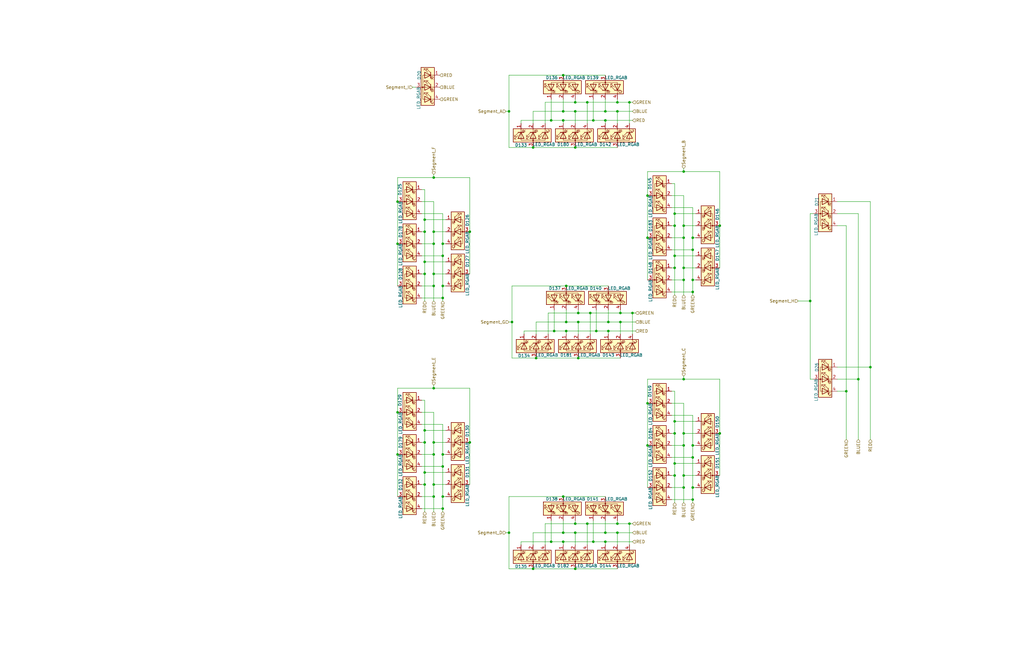
<source format=kicad_sch>
(kicad_sch (version 20250114) (generator "eeschema") (generator_version "9.0")
  (paper "B")
  (junction (at 356.87 165.1))
  (junction (at 232.41 50.8))
  (junction (at 243.84 135.89))
  (junction (at 186.69 196.85))
  (junction (at 292.1 193.04))
  (junction (at 237.49 46.99))
  (junction (at 237.49 224.79))
  (junction (at 284.48 177.8))
  (junction (at 242.57 43.18))
  (junction (at 284.48 95.25))
  (junction (at 288.29 113.03))
  (junction (at 248.92 132.08))
  (junction (at 288.29 72.39))
  (junction (at 238.76 135.89))
  (junction (at 260.35 220.98))
  (junction (at 273.05 100.33))
  (junction (at 232.41 228.6))
  (junction (at 284.48 113.03))
  (junction (at 237.49 31.75))
  (junction (at 179.07 199.39))
  (junction (at 182.88 115.57))
  (junction (at 288.29 182.88))
  (junction (at 186.69 209.55))
  (junction (at 167.64 173.99))
  (junction (at 182.88 163.83))
  (junction (at 242.57 46.99))
  (junction (at 284.48 107.95))
  (junction (at 242.57 62.23))
  (junction (at 224.79 62.23))
  (junction (at 255.27 46.99))
  (junction (at 238.76 120.65))
  (junction (at 182.88 97.79))
  (junction (at 247.65 43.18))
  (junction (at 250.19 50.8))
  (junction (at 255.27 50.8))
  (junction (at 243.84 151.13))
  (junction (at 255.27 224.79))
  (junction (at 288.29 205.74))
  (junction (at 292.1 100.33))
  (junction (at 186.69 191.77))
  (junction (at 361.95 160.02))
  (junction (at 179.07 204.47))
  (junction (at 243.84 132.08))
  (junction (at 273.05 187.96))
  (junction (at 198.12 186.69))
  (junction (at 214.63 224.79))
  (junction (at 250.19 228.6))
  (junction (at 256.54 139.7))
  (junction (at 284.48 195.58))
  (junction (at 303.53 182.88))
  (junction (at 198.12 97.79))
  (junction (at 288.29 100.33))
  (junction (at 242.57 240.03))
  (junction (at 179.07 181.61))
  (junction (at 288.29 160.02))
  (junction (at 261.62 132.08))
  (junction (at 292.1 205.74))
  (junction (at 179.07 115.57))
  (junction (at 292.1 118.11))
  (junction (at 182.88 204.47))
  (junction (at 261.62 135.89))
  (junction (at 288.29 200.66))
  (junction (at 238.76 139.7))
  (junction (at 260.35 43.18))
  (junction (at 242.57 224.79))
  (junction (at 182.88 191.77))
  (junction (at 182.88 102.87))
  (junction (at 237.49 50.8))
  (junction (at 284.48 90.17))
  (junction (at 182.88 186.69))
  (junction (at 273.05 170.18))
  (junction (at 179.07 92.71))
  (junction (at 182.88 74.93))
  (junction (at 214.63 46.99))
  (junction (at 179.07 97.79))
  (junction (at 186.69 125.73))
  (junction (at 303.53 95.25))
  (junction (at 260.35 46.99))
  (junction (at 251.46 139.7))
  (junction (at 273.05 82.55))
  (junction (at 284.48 200.66))
  (junction (at 237.49 209.55))
  (junction (at 186.69 107.95))
  (junction (at 341.63 127))
  (junction (at 292.1 187.96))
  (junction (at 179.07 110.49))
  (junction (at 167.64 102.87))
  (junction (at 260.35 224.79))
  (junction (at 247.65 220.98))
  (junction (at 179.07 186.69))
  (junction (at 182.88 209.55))
  (junction (at 288.29 187.96))
  (junction (at 284.48 182.88))
  (junction (at 167.64 85.09))
  (junction (at 237.49 228.6))
  (junction (at 182.88 120.65))
  (junction (at 265.43 43.18))
  (junction (at 215.9 135.89))
  (junction (at 265.43 220.98))
  (junction (at 224.79 240.03))
  (junction (at 292.1 123.19))
  (junction (at 167.64 191.77))
  (junction (at 186.69 102.87))
  (junction (at 367.03 154.94))
  (junction (at 186.69 120.65))
  (junction (at 242.57 220.98))
  (junction (at 288.29 95.25))
  (junction (at 233.68 139.7))
  (junction (at 288.29 118.11))
  (junction (at 226.06 151.13))
  (junction (at 256.54 135.89))
  (junction (at 266.7 132.08))
  (junction (at 186.69 214.63))
  (junction (at 255.27 228.6))
  (junction (at 292.1 210.82))
  (junction (at 292.1 105.41))
  (wire (pts (xy 273.05 160.02) (xy 288.29 160.02)))
  (wire (pts (xy 273.05 170.18) (xy 273.05 187.96)))
  (wire (pts (xy 288.29 100.33) (xy 288.29 113.03)))
  (wire (pts (xy 237.49 224.79) (xy 237.49 219.71)))
  (wire (pts (xy 167.64 74.93) (xy 182.88 74.93)))
  (wire (pts (xy 265.43 52.07) (xy 265.43 43.18)))
  (wire (pts (xy 177.8 102.87) (xy 182.88 102.87)))
  (wire (pts (xy 353.06 95.25) (xy 356.87 95.25)))
  (wire (pts (xy 260.35 219.71) (xy 260.35 220.98)))
  (wire (pts (xy 260.35 52.07) (xy 260.35 46.99)))
  (wire (pts (xy 177.8 120.65) (xy 182.88 120.65)))
  (wire (pts (xy 336.55 127) (xy 341.63 127)))
  (wire (pts (xy 250.19 50.8) (xy 255.27 50.8)))
  (wire (pts (xy 288.29 158.75) (xy 288.29 160.02)))
  (wire (pts (xy 237.49 228.6) (xy 250.19 228.6)))
  (wire (pts (xy 265.43 220.98) (xy 266.7 220.98)))
  (wire (pts (xy 248.92 140.97) (xy 248.92 132.08)))
  (wire (pts (xy 273.05 72.39) (xy 288.29 72.39)))
  (wire (pts (xy 182.88 115.57) (xy 187.96 115.57)))
  (wire (pts (xy 220.98 140.97) (xy 220.98 139.7)))
  (wire (pts (xy 353.06 160.02) (xy 361.95 160.02)))
  (wire (pts (xy 177.8 204.47) (xy 179.07 204.47)))
  (wire (pts (xy 265.43 43.18) (xy 266.7 43.18)))
  (wire (pts (xy 273.05 187.96) (xy 273.05 205.74)))
  (wire (pts (xy 284.48 195.58) (xy 293.37 195.58)))
  (wire (pts (xy 214.63 224.79) (xy 214.63 209.55)))
  (wire (pts (xy 215.9 151.13) (xy 226.06 151.13)))
  (wire (pts (xy 242.57 43.18) (xy 247.65 43.18)))
  (wire (pts (xy 284.48 177.8) (xy 293.37 177.8)))
  (wire (pts (xy 356.87 165.1) (xy 356.87 185.42)))
  (wire (pts (xy 214.63 62.23) (xy 214.63 46.99)))
  (wire (pts (xy 283.21 100.33) (xy 288.29 100.33)))
  (wire (pts (xy 179.07 80.01) (xy 179.07 92.71)))
  (wire (pts (xy 283.21 170.18) (xy 288.29 170.18)))
  (wire (pts (xy 250.19 228.6) (xy 255.27 228.6)))
  (wire (pts (xy 292.1 193.04) (xy 292.1 205.74)))
  (wire (pts (xy 260.35 229.87) (xy 260.35 224.79)))
  (wire (pts (xy 260.35 41.91) (xy 260.35 43.18)))
  (wire (pts (xy 182.88 97.79) (xy 182.88 102.87)))
  (wire (pts (xy 261.62 130.81) (xy 261.62 132.08)))
  (wire (pts (xy 288.29 182.88) (xy 288.29 187.96)))
  (wire (pts (xy 167.64 163.83) (xy 167.64 173.99)))
  (wire (pts (xy 288.29 95.25) (xy 293.37 95.25)))
  (wire (pts (xy 256.54 135.89) (xy 261.62 135.89)))
  (wire (pts (xy 238.76 135.89) (xy 238.76 130.81)))
  (wire (pts (xy 247.65 220.98) (xy 260.35 220.98)))
  (wire (pts (xy 179.07 92.71) (xy 179.07 97.79)))
  (wire (pts (xy 243.84 135.89) (xy 256.54 135.89)))
  (wire (pts (xy 288.29 113.03) (xy 293.37 113.03)))
  (wire (pts (xy 293.37 187.96) (xy 292.1 187.96)))
  (wire (pts (xy 182.88 186.69) (xy 187.96 186.69)))
  (wire (pts (xy 186.69 214.63) (xy 186.69 215.9)))
  (wire (pts (xy 265.43 229.87) (xy 265.43 220.98)))
  (wire (pts (xy 232.41 50.8) (xy 237.49 50.8)))
  (wire (pts (xy 179.07 92.71) (xy 187.96 92.71)))
  (wire (pts (xy 177.8 186.69) (xy 179.07 186.69)))
  (wire (pts (xy 292.1 205.74) (xy 292.1 210.82)))
  (wire (pts (xy 284.48 107.95) (xy 284.48 113.03)))
  (wire (pts (xy 186.69 125.73) (xy 186.69 127)))
  (wire (pts (xy 303.53 160.02) (xy 303.53 182.88)))
  (wire (pts (xy 243.84 130.81) (xy 243.84 132.08)))
  (wire (pts (xy 219.71 50.8) (xy 232.41 50.8)))
  (wire (pts (xy 198.12 186.69) (xy 198.12 204.47)))
  (wire (pts (xy 224.79 224.79) (xy 237.49 224.79)))
  (wire (pts (xy 224.79 229.87) (xy 224.79 224.79)))
  (wire (pts (xy 177.8 90.17) (xy 186.69 90.17)))
  (wire (pts (xy 273.05 100.33) (xy 273.05 118.11)))
  (wire (pts (xy 214.63 62.23) (xy 224.79 62.23)))
  (wire (pts (xy 284.48 77.47) (xy 284.48 90.17)))
  (wire (pts (xy 179.07 110.49) (xy 179.07 115.57)))
  (wire (pts (xy 167.64 74.93) (xy 167.64 85.09)))
  (wire (pts (xy 250.19 228.6) (xy 250.19 219.71)))
  (wire (pts (xy 182.88 102.87) (xy 182.88 115.57)))
  (wire (pts (xy 283.21 82.55) (xy 288.29 82.55)))
  (wire (pts (xy 237.49 229.87) (xy 237.49 228.6)))
  (wire (pts (xy 283.21 87.63) (xy 292.1 87.63)))
  (wire (pts (xy 288.29 205.74) (xy 288.29 212.09)))
  (wire (pts (xy 214.63 240.03) (xy 214.63 224.79)))
  (wire (pts (xy 303.53 95.25) (xy 303.53 113.03)))
  (wire (pts (xy 186.69 179.07) (xy 186.69 191.77)))
  (wire (pts (xy 288.29 200.66) (xy 293.37 200.66)))
  (wire (pts (xy 198.12 74.93) (xy 198.12 97.79)))
  (wire (pts (xy 226.06 135.89) (xy 238.76 135.89)))
  (wire (pts (xy 232.41 228.6) (xy 232.41 219.71)))
  (wire (pts (xy 284.48 107.95) (xy 293.37 107.95)))
  (wire (pts (xy 182.88 115.57) (xy 182.88 120.65)))
  (wire (pts (xy 237.49 46.99) (xy 237.49 41.91)))
  (wire (pts (xy 242.57 229.87) (xy 242.57 224.79)))
  (wire (pts (xy 292.1 118.11) (xy 292.1 123.19)))
  (wire (pts (xy 288.29 182.88) (xy 293.37 182.88)))
  (wire (pts (xy 293.37 118.11) (xy 292.1 118.11)))
  (wire (pts (xy 288.29 72.39) (xy 303.53 72.39)))
  (wire (pts (xy 187.96 191.77) (xy 186.69 191.77)))
  (wire (pts (xy 224.79 62.23) (xy 242.57 62.23)))
  (wire (pts (xy 214.63 135.89) (xy 215.9 135.89)))
  (wire (pts (xy 242.57 219.71) (xy 242.57 220.98)))
  (wire (pts (xy 283.21 182.88) (xy 284.48 182.88)))
  (wire (pts (xy 283.21 165.1) (xy 284.48 165.1)))
  (wire (pts (xy 179.07 110.49) (xy 187.96 110.49)))
  (wire (pts (xy 179.07 181.61) (xy 179.07 186.69)))
  (wire (pts (xy 293.37 100.33) (xy 292.1 100.33)))
  (wire (pts (xy 186.69 209.55) (xy 186.69 214.63)))
  (wire (pts (xy 167.64 173.99) (xy 167.64 191.77)))
  (wire (pts (xy 229.87 43.18) (xy 242.57 43.18)))
  (wire (pts (xy 237.49 52.07) (xy 237.49 50.8)))
  (wire (pts (xy 242.57 224.79) (xy 255.27 224.79)))
  (wire (pts (xy 186.69 191.77) (xy 186.69 196.85)))
  (wire (pts (xy 232.41 50.8) (xy 232.41 41.91)))
  (wire (pts (xy 177.8 196.85) (xy 186.69 196.85)))
  (wire (pts (xy 288.29 118.11) (xy 288.29 124.46)))
  (wire (pts (xy 288.29 170.18) (xy 288.29 182.88)))
  (wire (pts (xy 179.07 97.79) (xy 179.07 110.49)))
  (wire (pts (xy 177.8 97.79) (xy 179.07 97.79)))
  (wire (pts (xy 182.88 209.55) (xy 182.88 215.9)))
  (wire (pts (xy 367.03 85.09) (xy 353.06 85.09)))
  (wire (pts (xy 186.69 196.85) (xy 186.69 209.55)))
  (wire (pts (xy 255.27 224.79) (xy 260.35 224.79)))
  (wire (pts (xy 292.1 100.33) (xy 292.1 105.41)))
  (wire (pts (xy 224.79 240.03) (xy 242.57 240.03)))
  (wire (pts (xy 233.68 139.7) (xy 233.68 130.81)))
  (wire (pts (xy 284.48 90.17) (xy 293.37 90.17)))
  (wire (pts (xy 288.29 82.55) (xy 288.29 95.25)))
  (wire (pts (xy 198.12 163.83) (xy 198.12 186.69)))
  (wire (pts (xy 283.21 123.19) (xy 292.1 123.19)))
  (wire (pts (xy 248.92 132.08) (xy 261.62 132.08)))
  (wire (pts (xy 213.36 224.79) (xy 214.63 224.79)))
  (wire (pts (xy 261.62 135.89) (xy 267.97 135.89)))
  (wire (pts (xy 367.03 185.42) (xy 367.03 154.94)))
  (wire (pts (xy 283.21 118.11) (xy 288.29 118.11)))
  (wire (pts (xy 303.53 182.88) (xy 303.53 200.66)))
  (wire (pts (xy 242.57 220.98) (xy 247.65 220.98)))
  (wire (pts (xy 213.36 46.99) (xy 214.63 46.99)))
  (wire (pts (xy 167.64 191.77) (xy 167.64 209.55)))
  (wire (pts (xy 256.54 140.97) (xy 256.54 139.7)))
  (wire (pts (xy 229.87 52.07) (xy 229.87 43.18)))
  (wire (pts (xy 288.29 200.66) (xy 288.29 205.74)))
  (wire (pts (xy 233.68 139.7) (xy 238.76 139.7)))
  (wire (pts (xy 237.49 46.99) (xy 242.57 46.99)))
  (wire (pts (xy 179.07 199.39) (xy 179.07 204.47)))
  (wire (pts (xy 177.8 168.91) (xy 179.07 168.91)))
  (wire (pts (xy 198.12 97.79) (xy 198.12 115.57)))
  (wire (pts (xy 341.63 127) (xy 341.63 160.02)))
  (wire (pts (xy 255.27 228.6) (xy 266.7 228.6)))
  (wire (pts (xy 284.48 195.58) (xy 284.48 200.66)))
  (wire (pts (xy 341.63 90.17) (xy 341.63 127)))
  (wire (pts (xy 167.64 102.87) (xy 167.64 120.65)))
  (wire (pts (xy 283.21 113.03) (xy 284.48 113.03)))
  (wire (pts (xy 242.57 240.03) (xy 260.35 240.03)))
  (wire (pts (xy 284.48 182.88) (xy 284.48 195.58)))
  (wire (pts (xy 187.96 102.87) (xy 186.69 102.87)))
  (wire (pts (xy 288.29 71.12) (xy 288.29 72.39)))
  (wire (pts (xy 292.1 175.26) (xy 292.1 187.96)))
  (wire (pts (xy 214.63 240.03) (xy 224.79 240.03)))
  (wire (pts (xy 179.07 199.39) (xy 187.96 199.39)))
  (wire (pts (xy 283.21 95.25) (xy 284.48 95.25)))
  (wire (pts (xy 273.05 160.02) (xy 273.05 170.18)))
  (wire (pts (xy 288.29 95.25) (xy 288.29 100.33)))
  (wire (pts (xy 179.07 181.61) (xy 187.96 181.61)))
  (wire (pts (xy 284.48 95.25) (xy 284.48 107.95)))
  (wire (pts (xy 232.41 228.6) (xy 237.49 228.6)))
  (wire (pts (xy 186.69 120.65) (xy 186.69 125.73)))
  (wire (pts (xy 242.57 62.23) (xy 260.35 62.23)))
  (wire (pts (xy 256.54 135.89) (xy 256.54 130.81)))
  (wire (pts (xy 177.8 125.73) (xy 186.69 125.73)))
  (wire (pts (xy 238.76 140.97) (xy 238.76 139.7)))
  (wire (pts (xy 361.95 160.02) (xy 361.95 185.42)))
  (wire (pts (xy 179.07 168.91) (xy 179.07 181.61)))
  (wire (pts (xy 341.63 90.17) (xy 342.9 90.17)))
  (wire (pts (xy 288.29 187.96) (xy 288.29 200.66)))
  (wire (pts (xy 283.21 105.41) (xy 292.1 105.41)))
  (wire (pts (xy 182.88 173.99) (xy 182.88 186.69)))
  (wire (pts (xy 361.95 90.17) (xy 353.06 90.17)))
  (wire (pts (xy 288.29 160.02) (xy 303.53 160.02)))
  (wire (pts (xy 214.63 31.75) (xy 237.49 31.75)))
  (wire (pts (xy 273.05 72.39) (xy 273.05 82.55)))
  (wire (pts (xy 288.29 113.03) (xy 288.29 118.11)))
  (wire (pts (xy 182.88 162.56) (xy 182.88 163.83)))
  (wire (pts (xy 255.27 46.99) (xy 255.27 41.91)))
  (wire (pts (xy 251.46 139.7) (xy 251.46 130.81)))
  (wire (pts (xy 182.88 163.83) (xy 198.12 163.83)))
  (wire (pts (xy 177.8 214.63) (xy 186.69 214.63)))
  (wire (pts (xy 283.21 193.04) (xy 292.1 193.04)))
  (wire (pts (xy 283.21 210.82) (xy 292.1 210.82)))
  (wire (pts (xy 266.7 140.97) (xy 266.7 132.08)))
  (wire (pts (xy 283.21 77.47) (xy 284.48 77.47)))
  (wire (pts (xy 231.14 132.08) (xy 243.84 132.08)))
  (wire (pts (xy 224.79 52.07) (xy 224.79 46.99)))
  (wire (pts (xy 224.79 46.99) (xy 237.49 46.99)))
  (wire (pts (xy 238.76 139.7) (xy 251.46 139.7)))
  (wire (pts (xy 220.98 139.7) (xy 233.68 139.7)))
  (wire (pts (xy 179.07 115.57) (xy 179.07 127)))
  (wire (pts (xy 214.63 209.55) (xy 237.49 209.55)))
  (wire (pts (xy 303.53 72.39) (xy 303.53 95.25)))
  (wire (pts (xy 177.8 80.01) (xy 179.07 80.01)))
  (wire (pts (xy 283.21 175.26) (xy 292.1 175.26)))
  (wire (pts (xy 182.88 204.47) (xy 182.88 209.55)))
  (wire (pts (xy 186.69 107.95) (xy 186.69 120.65)))
  (wire (pts (xy 255.27 50.8) (xy 266.7 50.8)))
  (wire (pts (xy 247.65 43.18) (xy 260.35 43.18)))
  (wire (pts (xy 177.8 191.77) (xy 182.88 191.77)))
  (wire (pts (xy 255.27 224.79) (xy 255.27 219.71)))
  (wire (pts (xy 260.35 46.99) (xy 266.7 46.99)))
  (wire (pts (xy 255.27 229.87) (xy 255.27 228.6)))
  (wire (pts (xy 284.48 113.03) (xy 284.48 124.46)))
  (wire (pts (xy 284.48 200.66) (xy 284.48 212.09)))
  (wire (pts (xy 292.1 123.19) (xy 292.1 124.46)))
  (wire (pts (xy 179.07 204.47) (xy 179.07 215.9)))
  (wire (pts (xy 293.37 205.74) (xy 292.1 205.74)))
  (wire (pts (xy 250.19 50.8) (xy 250.19 41.91)))
  (wire (pts (xy 243.84 140.97) (xy 243.84 135.89)))
  (wire (pts (xy 219.71 228.6) (xy 232.41 228.6)))
  (wire (pts (xy 260.35 224.79) (xy 266.7 224.79)))
  (wire (pts (xy 229.87 229.87) (xy 229.87 220.98)))
  (wire (pts (xy 242.57 46.99) (xy 255.27 46.99)))
  (wire (pts (xy 292.1 87.63) (xy 292.1 100.33)))
  (wire (pts (xy 182.88 97.79) (xy 187.96 97.79)))
  (wire (pts (xy 177.8 179.07) (xy 186.69 179.07)))
  (wire (pts (xy 167.64 85.09) (xy 167.64 102.87)))
  (wire (pts (xy 215.9 135.89) (xy 215.9 120.65)))
  (wire (pts (xy 182.88 191.77) (xy 182.88 204.47)))
  (wire (pts (xy 243.84 151.13) (xy 261.62 151.13)))
  (wire (pts (xy 284.48 177.8) (xy 284.48 182.88)))
  (wire (pts (xy 242.57 41.91) (xy 242.57 43.18)))
  (wire (pts (xy 237.49 224.79) (xy 242.57 224.79)))
  (wire (pts (xy 177.8 115.57) (xy 179.07 115.57)))
  (wire (pts (xy 292.1 210.82) (xy 292.1 212.09)))
  (wire (pts (xy 226.06 151.13) (xy 243.84 151.13)))
  (wire (pts (xy 177.8 209.55) (xy 182.88 209.55)))
  (wire (pts (xy 219.71 52.07) (xy 219.71 50.8)))
  (wire (pts (xy 177.8 85.09) (xy 182.88 85.09)))
  (wire (pts (xy 186.69 90.17) (xy 186.69 102.87)))
  (wire (pts (xy 284.48 165.1) (xy 284.48 177.8)))
  (wire (pts (xy 186.69 102.87) (xy 186.69 107.95)))
  (wire (pts (xy 182.88 74.93) (xy 198.12 74.93)))
  (wire (pts (xy 273.05 82.55) (xy 273.05 100.33)))
  (wire (pts (xy 292.1 105.41) (xy 292.1 118.11)))
  (wire (pts (xy 284.48 90.17) (xy 284.48 95.25)))
  (wire (pts (xy 229.87 220.98) (xy 242.57 220.98)))
  (wire (pts (xy 247.65 52.07) (xy 247.65 43.18)))
  (wire (pts (xy 219.71 229.87) (xy 219.71 228.6)))
  (wire (pts (xy 214.63 46.99) (xy 214.63 31.75)))
  (wire (pts (xy 242.57 52.07) (xy 242.57 46.99)))
  (wire (pts (xy 292.1 187.96) (xy 292.1 193.04)))
  (wire (pts (xy 261.62 140.97) (xy 261.62 135.89)))
  (wire (pts (xy 341.63 160.02) (xy 342.9 160.02)))
  (wire (pts (xy 177.8 173.99) (xy 182.88 173.99)))
  (wire (pts (xy 283.21 200.66) (xy 284.48 200.66)))
  (wire (pts (xy 237.49 209.55) (xy 255.27 209.55)))
  (wire (pts (xy 182.88 186.69) (xy 182.88 191.77)))
  (wire (pts (xy 283.21 205.74) (xy 288.29 205.74)))
  (wire (pts (xy 256.54 139.7) (xy 267.97 139.7)))
  (wire (pts (xy 238.76 135.89) (xy 243.84 135.89)))
  (wire (pts (xy 251.46 139.7) (xy 256.54 139.7)))
  (wire (pts (xy 182.88 73.66) (xy 182.88 74.93)))
  (wire (pts (xy 182.88 120.65) (xy 182.88 127)))
  (wire (pts (xy 187.96 120.65) (xy 186.69 120.65)))
  (wire (pts (xy 266.7 132.08) (xy 267.97 132.08)))
  (wire (pts (xy 283.21 187.96) (xy 288.29 187.96)))
  (wire (pts (xy 167.64 163.83) (xy 182.88 163.83)))
  (wire (pts (xy 215.9 151.13) (xy 215.9 135.89)))
  (wire (pts (xy 237.49 50.8) (xy 250.19 50.8)))
  (wire (pts (xy 261.62 132.08) (xy 266.7 132.08)))
  (wire (pts (xy 367.03 154.94) (xy 367.03 85.09)))
  (wire (pts (xy 361.95 90.17) (xy 361.95 160.02)))
  (wire (pts (xy 260.35 43.18) (xy 265.43 43.18)))
  (wire (pts (xy 177.8 107.95) (xy 186.69 107.95)))
  (wire (pts (xy 353.06 154.94) (xy 367.03 154.94)))
  (wire (pts (xy 247.65 229.87) (xy 247.65 220.98)))
  (wire (pts (xy 237.49 31.75) (xy 255.27 31.75)))
  (wire (pts (xy 255.27 52.07) (xy 255.27 50.8)))
  (wire (pts (xy 182.88 85.09) (xy 182.88 97.79)))
  (wire (pts (xy 215.9 120.65) (xy 238.76 120.65)))
  (wire (pts (xy 182.88 204.47) (xy 187.96 204.47)))
  (wire (pts (xy 187.96 209.55) (xy 186.69 209.55)))
  (wire (pts (xy 231.14 140.97) (xy 231.14 132.08)))
  (wire (pts (xy 356.87 95.25) (xy 356.87 165.1)))
  (wire (pts (xy 226.06 140.97) (xy 226.06 135.89)))
  (wire (pts (xy 179.07 186.69) (xy 179.07 199.39)))
  (wire (pts (xy 353.06 165.1) (xy 356.87 165.1)))
  (wire (pts (xy 238.76 120.65) (xy 256.54 120.65)))
  (wire (pts (xy 175.26 36.83) (xy 173.99 36.83)))
  (wire (pts (xy 255.27 46.99) (xy 260.35 46.99)))
  (wire (pts (xy 243.84 132.08) (xy 248.92 132.08)))
  (wire (pts (xy 260.35 220.98) (xy 265.43 220.98)))
  (hierarchical_label "RED" (shape input) (at 284.48 212.09 270))
  (hierarchical_label "RED" (shape input) (at 179.07 127 270))
  (hierarchical_label "GREEN" (shape input) (at 267.97 132.08 0))
  (hierarchical_label "Segment_F" (shape input) (at 182.88 73.66 90))
  (hierarchical_label "RED" (shape input) (at 267.97 139.7 0))
  (hierarchical_label "RED" (shape input) (at 179.07 215.9 270))
  (hierarchical_label "BLUE" (shape input) (at 266.7 224.79 0))
  (hierarchical_label "GREEN" (shape input) (at 186.69 215.9 270))
  (hierarchical_label "RED" (shape input) (at 284.48 124.46 270))
  (hierarchical_label "BLUE" (shape input) (at 288.29 212.09 270))
  (hierarchical_label "Segment_I" (shape input) (at 173.99 36.83 180))
  (hierarchical_label "GREEN" (shape input) (at 266.7 220.98 0))
  (hierarchical_label "RED" (shape input) (at 266.7 228.6 0))
  (hierarchical_label "BLUE" (shape input) (at 185.42 36.83 0))
  (hierarchical_label "BLUE" (shape input) (at 361.95 185.42 270))
  (hierarchical_label "Segment_C" (shape input) (at 288.29 158.75 90))
  (hierarchical_label "BLUE" (shape input) (at 182.88 215.9 270))
  (hierarchical_label "GREEN" (shape input) (at 292.1 212.09 270))
  (hierarchical_label "BLUE" (shape input) (at 182.88 127 270))
  (hierarchical_label "RED" (shape input) (at 266.7 50.8 0))
  (hierarchical_label "GREEN" (shape input) (at 266.7 43.18 0))
  (hierarchical_label "GREEN" (shape input) (at 356.87 185.42 270))
  (hierarchical_label "GREEN" (shape input) (at 292.1 124.46 270))
  (hierarchical_label "GREEN" (shape input) (at 186.69 127 270))
  (hierarchical_label "GREEN" (shape input) (at 185.42 41.91 0))
  (hierarchical_label "Segment_B" (shape input) (at 288.29 71.12 90))
  (hierarchical_label "RED" (shape input) (at 367.03 185.42 270))
  (hierarchical_label "BLUE" (shape input) (at 267.97 135.89 0))
  (hierarchical_label "Segment_H" (shape input) (at 336.55 127 180))
  (hierarchical_label "BLUE" (shape input) (at 288.29 124.46 270))
  (hierarchical_label "BLUE" (shape input) (at 266.7 46.99 0))
  (hierarchical_label "RED" (shape input) (at 185.42 31.75 0))
  (hierarchical_label "Segment_A" (shape input) (at 213.36 46.99 180))
  (hierarchical_label "Segment_G" (shape input) (at 214.63 135.89 180))
  (hierarchical_label "Segment_E" (shape input) (at 182.88 162.56 90))
  (hierarchical_label "Segment_D" (shape input) (at 213.36 224.79 180))
  (symbol (lib_id "User_Symbols:LED_RGAB") (at 172.72 85.09 0) (mirror y) (unit 1)
    (property "Reference" "D125" (at 168.656 80.01 90))
    (property "Value" "LED_RGAB" (at 168.91 89.662 90))
    (property "Footprint" "User_Footprints:RGB_LED_NH-B2020RGBA-HF" (effects (hide yes)))
    (property "Datasheet" "https://datasheet.lcsc.com/lcsc/2108150330_Foshan-NationStar-Optoelectronics-NH-B2020RGBA-HF_C2874116.pdf" (effects (hide yes)))
    (property "Description" "RGB LED, red/green/anode/blue" (effects (hide yes)))
    (property "Website" "https://www.lcsc.com/product-detail/Light-Emitting-Diodes-LED_Foshan-NationStar-Optoelectronics-NH-B2020RGBA-HF_C2874116.html" (effects (hide yes)))
    (property "Vendor" "LCSC" (effects (hide yes)))
    (property "Price" ".0081" (effects (hide yes)))
    (property "Part Number" "NH-B2020RGBA-HF" (effects (hide yes)))
    (property "Package" "LED RGAB 2020" (effects (hide yes)))
    (property "Manufacturer" "Foshan NationStar Optoelectronics" (effects (hide yes)))
    (property "Notes" "SMD" (effects (hide yes)))
    (property "LCSC Part Number" "C2874116" (effects (hide yes)))
  )
  (symbol (lib_id "User_Symbols:LED_RGAB") (at 347.98 160.02 0) (mirror y) (unit 1)
    (property "Reference" "D26" (at 344.424 154.94 90))
    (property "Value" "LED_RGAB" (at 344.17 164.592 90))
    (property "Footprint" "User_Footprints:RGB_LED_NH-B2020RGBA-HF" (effects (hide yes)))
    (property "Datasheet" "https://datasheet.lcsc.com/lcsc/2108150330_Foshan-NationStar-Optoelectronics-NH-B2020RGBA-HF_C2874116.pdf" (effects (hide yes)))
    (property "Description" "RGB LED, red/green/anode/blue" (effects (hide yes)))
    (property "Website" "https://www.lcsc.com/product-detail/Light-Emitting-Diodes-LED_Foshan-NationStar-Optoelectronics-NH-B2020RGBA-HF_C2874116.html" (effects (hide yes)))
    (property "Vendor" "LCSC" (effects (hide yes)))
    (property "Price" ".0081" (effects (hide yes)))
    (property "Part Number" "NH-B2020RGBA-HF" (effects (hide yes)))
    (property "Package" "LED RGAB 2020" (effects (hide yes)))
    (property "Manufacturer" "Foshan NationStar Optoelectronics" (effects (hide yes)))
    (property "Notes" "SMD" (effects (hide yes)))
    (property "LCSC Part Number" "C2874116" (effects (hide yes)))
  )
  (symbol (lib_id "User_Symbols:LED_RGAB") (at 255.27 36.83 90) (unit 1)
    (property "Reference" "D139" (at 249.936 32.766 90))
    (property "Value" "LED_RGAB" (at 259.842 32.766 90))
    (property "Footprint" "User_Footprints:RGB_LED_NH-B2020RGBA-HF" (effects (hide yes)))
    (property "Datasheet" "https://datasheet.lcsc.com/lcsc/2108150330_Foshan-NationStar-Optoelectronics-NH-B2020RGBA-HF_C2874116.pdf" (effects (hide yes)))
    (property "Description" "RGB LED, red/green/anode/blue" (effects (hide yes)))
    (property "Website" "https://www.lcsc.com/product-detail/Light-Emitting-Diodes-LED_Foshan-NationStar-Optoelectronics-NH-B2020RGBA-HF_C2874116.html" (effects (hide yes)))
    (property "Vendor" "LCSC" (effects (hide yes)))
    (property "Price" ".0081" (effects (hide yes)))
    (property "Part Number" "NH-B2020RGBA-HF" (effects (hide yes)))
    (property "Package" "LED RGAB 2020" (effects (hide yes)))
    (property "Manufacturer" "Foshan NationStar Optoelectronics" (effects (hide yes)))
    (property "Notes" "SMD" (effects (hide yes)))
    (property "LCSC Part Number" "C2874116" (effects (hide yes)))
  )
  (symbol (lib_id "User_Symbols:LED_RGAB") (at 172.72 209.55 0) (mirror y) (unit 1)
    (property "Reference" "D132" (at 168.91 204.47 90))
    (property "Value" "LED_RGAB" (at 168.91 214.122 90))
    (property "Footprint" "User_Footprints:RGB_LED_NH-B2020RGBA-HF" (effects (hide yes)))
    (property "Datasheet" "https://datasheet.lcsc.com/lcsc/2108150330_Foshan-NationStar-Optoelectronics-NH-B2020RGBA-HF_C2874116.pdf" (effects (hide yes)))
    (property "Description" "RGB LED, red/green/anode/blue" (effects (hide yes)))
    (property "Website" "https://www.lcsc.com/product-detail/Light-Emitting-Diodes-LED_Foshan-NationStar-Optoelectronics-NH-B2020RGBA-HF_C2874116.html" (effects (hide yes)))
    (property "Vendor" "LCSC" (effects (hide yes)))
    (property "Price" ".0081" (effects (hide yes)))
    (property "Part Number" "NH-B2020RGBA-HF" (effects (hide yes)))
    (property "Package" "LED RGAB 2020" (effects (hide yes)))
    (property "Manufacturer" "Foshan NationStar Optoelectronics" (effects (hide yes)))
    (property "Notes" "SMD" (effects (hide yes)))
    (property "LCSC Part Number" "C2874116" (effects (hide yes)))
  )
  (symbol (lib_id "User_Symbols:LED_RGAB") (at 278.13 205.74 0) (mirror y) (unit 1)
    (property "Reference" "D152" (at 274.32 200.66 90))
    (property "Value" "LED_RGAB" (at 274.32 210.312 90))
    (property "Footprint" "User_Footprints:RGB_LED_NH-B2020RGBA-HF" (effects (hide yes)))
    (property "Datasheet" "https://datasheet.lcsc.com/lcsc/2108150330_Foshan-NationStar-Optoelectronics-NH-B2020RGBA-HF_C2874116.pdf" (effects (hide yes)))
    (property "Description" "RGB LED, red/green/anode/blue" (effects (hide yes)))
    (property "Website" "https://www.lcsc.com/product-detail/Light-Emitting-Diodes-LED_Foshan-NationStar-Optoelectronics-NH-B2020RGBA-HF_C2874116.html" (effects (hide yes)))
    (property "Vendor" "LCSC" (effects (hide yes)))
    (property "Price" ".0081" (effects (hide yes)))
    (property "Part Number" "NH-B2020RGBA-HF" (effects (hide yes)))
    (property "Package" "LED RGAB 2020" (effects (hide yes)))
    (property "Manufacturer" "Foshan NationStar Optoelectronics" (effects (hide yes)))
    (property "Notes" "SMD" (effects (hide yes)))
    (property "LCSC Part Number" "C2874116" (effects (hide yes)))
  )
  (symbol (lib_id "User_Symbols:LED_RGAB") (at 172.72 120.65 0) (mirror y) (unit 1)
    (property "Reference" "D128" (at 168.91 115.57 90))
    (property "Value" "LED_RGAB" (at 168.91 125.222 90))
    (property "Footprint" "User_Footprints:RGB_LED_NH-B2020RGBA-HF" (effects (hide yes)))
    (property "Datasheet" "https://datasheet.lcsc.com/lcsc/2108150330_Foshan-NationStar-Optoelectronics-NH-B2020RGBA-HF_C2874116.pdf" (effects (hide yes)))
    (property "Description" "RGB LED, red/green/anode/blue" (effects (hide yes)))
    (property "Website" "https://www.lcsc.com/product-detail/Light-Emitting-Diodes-LED_Foshan-NationStar-Optoelectronics-NH-B2020RGBA-HF_C2874116.html" (effects (hide yes)))
    (property "Vendor" "LCSC" (effects (hide yes)))
    (property "Price" ".0081" (effects (hide yes)))
    (property "Part Number" "NH-B2020RGBA-HF" (effects (hide yes)))
    (property "Package" "LED RGAB 2020" (effects (hide yes)))
    (property "Manufacturer" "Foshan NationStar Optoelectronics" (effects (hide yes)))
    (property "Notes" "SMD" (effects (hide yes)))
    (property "LCSC Part Number" "C2874116" (effects (hide yes)))
  )
  (symbol (lib_id "User_Symbols:LED_RGAB") (at 172.72 191.77 0) (mirror y) (unit 1)
    (property "Reference" "D179" (at 168.91 186.69 90))
    (property "Value" "LED_RGAB" (at 168.91 196.342 90))
    (property "Footprint" "User_Footprints:RGB_LED_NH-B2020RGBA-HF" (effects (hide yes)))
    (property "Datasheet" "https://datasheet.lcsc.com/lcsc/2108150330_Foshan-NationStar-Optoelectronics-NH-B2020RGBA-HF_C2874116.pdf" (effects (hide yes)))
    (property "Description" "RGB LED, red/green/anode/blue" (effects (hide yes)))
    (property "Website" "https://www.lcsc.com/product-detail/Light-Emitting-Diodes-LED_Foshan-NationStar-Optoelectronics-NH-B2020RGBA-HF_C2874116.html" (effects (hide yes)))
    (property "Vendor" "LCSC" (effects (hide yes)))
    (property "Price" ".0081" (effects (hide yes)))
    (property "Part Number" "NH-B2020RGBA-HF" (effects (hide yes)))
    (property "Package" "LED RGAB 2020" (effects (hide yes)))
    (property "Manufacturer" "Foshan NationStar Optoelectronics" (effects (hide yes)))
    (property "Notes" "SMD" (effects (hide yes)))
    (property "LCSC Part Number" "C2874116" (effects (hide yes)))
  )
  (symbol (lib_id "User_Symbols:LED_RGAB") (at 180.34 36.83 0) (mirror y) (unit 1)
    (property "Reference" "D20" (at 176.784 31.75 90))
    (property "Value" "LED_RGAB" (at 176.53 41.402 90))
    (property "Footprint" "User_Footprints:RGB_LED_NH-B2020RGBA-HF" (effects (hide yes)))
    (property "Datasheet" "https://datasheet.lcsc.com/lcsc/2108150330_Foshan-NationStar-Optoelectronics-NH-B2020RGBA-HF_C2874116.pdf" (effects (hide yes)))
    (property "Description" "RGB LED, red/green/anode/blue" (effects (hide yes)))
    (property "Website" "https://www.lcsc.com/product-detail/Light-Emitting-Diodes-LED_Foshan-NationStar-Optoelectronics-NH-B2020RGBA-HF_C2874116.html" (effects (hide yes)))
    (property "Vendor" "LCSC" (effects (hide yes)))
    (property "Price" ".0081" (effects (hide yes)))
    (property "Part Number" "NH-B2020RGBA-HF" (effects (hide yes)))
    (property "Package" "LED RGAB 2020" (effects (hide yes)))
    (property "Manufacturer" "Foshan NationStar Optoelectronics" (effects (hide yes)))
    (property "Notes" "SMD" (effects (hide yes)))
    (property "LCSC Part Number" "C2874116" (effects (hide yes)))
  )
  (symbol (lib_id "User_Symbols:LED_RGAB") (at 224.79 234.95 90) (mirror x) (unit 1)
    (property "Reference" "D135" (at 219.71 239.014 90))
    (property "Value" "LED_RGAB" (at 229.362 238.76 90))
    (property "Footprint" "User_Footprints:RGB_LED_NH-B2020RGBA-HF" (effects (hide yes)))
    (property "Datasheet" "https://datasheet.lcsc.com/lcsc/2108150330_Foshan-NationStar-Optoelectronics-NH-B2020RGBA-HF_C2874116.pdf" (effects (hide yes)))
    (property "Description" "RGB LED, red/green/anode/blue" (effects (hide yes)))
    (property "Website" "https://www.lcsc.com/product-detail/Light-Emitting-Diodes-LED_Foshan-NationStar-Optoelectronics-NH-B2020RGBA-HF_C2874116.html" (effects (hide yes)))
    (property "Vendor" "LCSC" (effects (hide yes)))
    (property "Price" ".0081" (effects (hide yes)))
    (property "Part Number" "NH-B2020RGBA-HF" (effects (hide yes)))
    (property "Package" "LED RGAB 2020" (effects (hide yes)))
    (property "Manufacturer" "Foshan NationStar Optoelectronics" (effects (hide yes)))
    (property "Notes" "SMD" (effects (hide yes)))
    (property "LCSC Part Number" "C2874116" (effects (hide yes)))
  )
  (symbol (lib_id "User_Symbols:LED_RGAB") (at 256.54 125.73 90) (unit 1)
    (property "Reference" "D140" (at 251.206 121.666 90))
    (property "Value" "LED_RGAB" (at 261.112 121.666 90))
    (property "Footprint" "User_Footprints:RGB_LED_NH-B2020RGBA-HF" (effects (hide yes)))
    (property "Datasheet" "https://datasheet.lcsc.com/lcsc/2108150330_Foshan-NationStar-Optoelectronics-NH-B2020RGBA-HF_C2874116.pdf" (effects (hide yes)))
    (property "Description" "RGB LED, red/green/anode/blue" (effects (hide yes)))
    (property "Website" "https://www.lcsc.com/product-detail/Light-Emitting-Diodes-LED_Foshan-NationStar-Optoelectronics-NH-B2020RGBA-HF_C2874116.html" (effects (hide yes)))
    (property "Vendor" "LCSC" (effects (hide yes)))
    (property "Price" ".0081" (effects (hide yes)))
    (property "Part Number" "NH-B2020RGBA-HF" (effects (hide yes)))
    (property "Package" "LED RGAB 2020" (effects (hide yes)))
    (property "Manufacturer" "Foshan NationStar Optoelectronics" (effects (hide yes)))
    (property "Notes" "SMD" (effects (hide yes)))
    (property "LCSC Part Number" "C2874116" (effects (hide yes)))
  )
  (symbol (lib_id "User_Symbols:LED_RGAB") (at 193.04 186.69 0) (unit 1)
    (property "Reference" "D130" (at 197.104 181.864 90))
    (property "Value" "LED_RGAB" (at 197.104 191.262 90))
    (property "Footprint" "User_Footprints:RGB_LED_NH-B2020RGBA-HF" (effects (hide yes)))
    (property "Datasheet" "https://datasheet.lcsc.com/lcsc/2108150330_Foshan-NationStar-Optoelectronics-NH-B2020RGBA-HF_C2874116.pdf" (effects (hide yes)))
    (property "Description" "RGB LED, red/green/anode/blue" (effects (hide yes)))
    (property "Website" "https://www.lcsc.com/product-detail/Light-Emitting-Diodes-LED_Foshan-NationStar-Optoelectronics-NH-B2020RGBA-HF_C2874116.html" (effects (hide yes)))
    (property "Vendor" "LCSC" (effects (hide yes)))
    (property "Price" ".0081" (effects (hide yes)))
    (property "Part Number" "NH-B2020RGBA-HF" (effects (hide yes)))
    (property "Package" "LED RGAB 2020" (effects (hide yes)))
    (property "Manufacturer" "Foshan NationStar Optoelectronics" (effects (hide yes)))
    (property "Notes" "SMD" (effects (hide yes)))
    (property "LCSC Part Number" "C2874116" (effects (hide yes)))
  )
  (symbol (lib_id "User_Symbols:LED_RGAB") (at 237.49 214.63 90) (unit 1)
    (property "Reference" "D138" (at 232.664 210.566 90))
    (property "Value" "LED_RGAB" (at 242.062 210.566 90))
    (property "Footprint" "User_Footprints:RGB_LED_NH-B2020RGBA-HF" (effects (hide yes)))
    (property "Datasheet" "https://datasheet.lcsc.com/lcsc/2108150330_Foshan-NationStar-Optoelectronics-NH-B2020RGBA-HF_C2874116.pdf" (effects (hide yes)))
    (property "Description" "RGB LED, red/green/anode/blue" (effects (hide yes)))
    (property "Website" "https://www.lcsc.com/product-detail/Light-Emitting-Diodes-LED_Foshan-NationStar-Optoelectronics-NH-B2020RGBA-HF_C2874116.html" (effects (hide yes)))
    (property "Vendor" "LCSC" (effects (hide yes)))
    (property "Price" ".0081" (effects (hide yes)))
    (property "Part Number" "NH-B2020RGBA-HF" (effects (hide yes)))
    (property "Package" "LED RGAB 2020" (effects (hide yes)))
    (property "Manufacturer" "Foshan NationStar Optoelectronics" (effects (hide yes)))
    (property "Notes" "SMD" (effects (hide yes)))
    (property "LCSC Part Number" "C2874116" (effects (hide yes)))
  )
  (symbol (lib_id "User_Symbols:LED_RGAB") (at 298.45 113.03 0) (unit 1)
    (property "Reference" "D147" (at 302.514 107.696 90))
    (property "Value" "LED_RGAB" (at 302.514 117.602 90))
    (property "Footprint" "User_Footprints:RGB_LED_NH-B2020RGBA-HF" (effects (hide yes)))
    (property "Datasheet" "https://datasheet.lcsc.com/lcsc/2108150330_Foshan-NationStar-Optoelectronics-NH-B2020RGBA-HF_C2874116.pdf" (effects (hide yes)))
    (property "Description" "RGB LED, red/green/anode/blue" (effects (hide yes)))
    (property "Website" "https://www.lcsc.com/product-detail/Light-Emitting-Diodes-LED_Foshan-NationStar-Optoelectronics-NH-B2020RGBA-HF_C2874116.html" (effects (hide yes)))
    (property "Vendor" "LCSC" (effects (hide yes)))
    (property "Price" ".0081" (effects (hide yes)))
    (property "Part Number" "NH-B2020RGBA-HF" (effects (hide yes)))
    (property "Package" "LED RGAB 2020" (effects (hide yes)))
    (property "Manufacturer" "Foshan NationStar Optoelectronics" (effects (hide yes)))
    (property "Notes" "SMD" (effects (hide yes)))
    (property "LCSC Part Number" "C2874116" (effects (hide yes)))
  )
  (symbol (lib_id "User_Symbols:LED_RGAB") (at 260.35 234.95 90) (mirror x) (unit 1)
    (property "Reference" "D144" (at 255.27 238.76 90))
    (property "Value" "LED_RGAB" (at 264.922 238.76 90))
    (property "Footprint" "User_Footprints:RGB_LED_NH-B2020RGBA-HF" (effects (hide yes)))
    (property "Datasheet" "https://datasheet.lcsc.com/lcsc/2108150330_Foshan-NationStar-Optoelectronics-NH-B2020RGBA-HF_C2874116.pdf" (effects (hide yes)))
    (property "Description" "RGB LED, red/green/anode/blue" (effects (hide yes)))
    (property "Website" "https://www.lcsc.com/product-detail/Light-Emitting-Diodes-LED_Foshan-NationStar-Optoelectronics-NH-B2020RGBA-HF_C2874116.html" (effects (hide yes)))
    (property "Vendor" "LCSC" (effects (hide yes)))
    (property "Price" ".0081" (effects (hide yes)))
    (property "Part Number" "NH-B2020RGBA-HF" (effects (hide yes)))
    (property "Package" "LED RGAB 2020" (effects (hide yes)))
    (property "Manufacturer" "Foshan NationStar Optoelectronics" (effects (hide yes)))
    (property "Notes" "SMD" (effects (hide yes)))
    (property "LCSC Part Number" "C2874116" (effects (hide yes)))
  )
  (symbol (lib_id "User_Symbols:LED_RGAB") (at 193.04 97.79 0) (unit 1)
    (property "Reference" "D126" (at 197.104 92.964 90))
    (property "Value" "LED_RGAB" (at 197.104 102.362 90))
    (property "Footprint" "User_Footprints:RGB_LED_NH-B2020RGBA-HF" (effects (hide yes)))
    (property "Datasheet" "https://datasheet.lcsc.com/lcsc/2108150330_Foshan-NationStar-Optoelectronics-NH-B2020RGBA-HF_C2874116.pdf" (effects (hide yes)))
    (property "Description" "RGB LED, red/green/anode/blue" (effects (hide yes)))
    (property "Website" "https://www.lcsc.com/product-detail/Light-Emitting-Diodes-LED_Foshan-NationStar-Optoelectronics-NH-B2020RGBA-HF_C2874116.html" (effects (hide yes)))
    (property "Vendor" "LCSC" (effects (hide yes)))
    (property "Price" ".0081" (effects (hide yes)))
    (property "Part Number" "NH-B2020RGBA-HF" (effects (hide yes)))
    (property "Package" "LED RGAB 2020" (effects (hide yes)))
    (property "Manufacturer" "Foshan NationStar Optoelectronics" (effects (hide yes)))
    (property "Notes" "SMD" (effects (hide yes)))
    (property "LCSC Part Number" "C2874116" (effects (hide yes)))
  )
  (symbol (lib_id "User_Symbols:LED_RGAB") (at 278.13 118.11 0) (mirror y) (unit 1)
    (property "Reference" "D148" (at 274.32 113.03 90))
    (property "Value" "LED_RGAB" (at 274.32 122.682 90))
    (property "Footprint" "User_Footprints:RGB_LED_NH-B2020RGBA-HF" (effects (hide yes)))
    (property "Datasheet" "https://datasheet.lcsc.com/lcsc/2108150330_Foshan-NationStar-Optoelectronics-NH-B2020RGBA-HF_C2874116.pdf" (effects (hide yes)))
    (property "Description" "RGB LED, red/green/anode/blue" (effects (hide yes)))
    (property "Website" "https://www.lcsc.com/product-detail/Light-Emitting-Diodes-LED_Foshan-NationStar-Optoelectronics-NH-B2020RGBA-HF_C2874116.html" (effects (hide yes)))
    (property "Vendor" "LCSC" (effects (hide yes)))
    (property "Price" ".0081" (effects (hide yes)))
    (property "Part Number" "NH-B2020RGBA-HF" (effects (hide yes)))
    (property "Package" "LED RGAB 2020" (effects (hide yes)))
    (property "Manufacturer" "Foshan NationStar Optoelectronics" (effects (hide yes)))
    (property "Notes" "SMD" (effects (hide yes)))
    (property "LCSC Part Number" "C2874116" (effects (hide yes)))
  )
  (symbol (lib_id "User_Symbols:LED_RGAB") (at 278.13 170.18 0) (mirror y) (unit 1)
    (property "Reference" "D149" (at 274.066 165.1 90))
    (property "Value" "LED_RGAB" (at 274.32 174.752 90))
    (property "Footprint" "User_Footprints:RGB_LED_NH-B2020RGBA-HF" (effects (hide yes)))
    (property "Datasheet" "https://datasheet.lcsc.com/lcsc/2108150330_Foshan-NationStar-Optoelectronics-NH-B2020RGBA-HF_C2874116.pdf" (effects (hide yes)))
    (property "Description" "RGB LED, red/green/anode/blue" (effects (hide yes)))
    (property "Website" "https://www.lcsc.com/product-detail/Light-Emitting-Diodes-LED_Foshan-NationStar-Optoelectronics-NH-B2020RGBA-HF_C2874116.html" (effects (hide yes)))
    (property "Vendor" "LCSC" (effects (hide yes)))
    (property "Price" ".0081" (effects (hide yes)))
    (property "Part Number" "NH-B2020RGBA-HF" (effects (hide yes)))
    (property "Package" "LED RGAB 2020" (effects (hide yes)))
    (property "Manufacturer" "Foshan NationStar Optoelectronics" (effects (hide yes)))
    (property "Notes" "SMD" (effects (hide yes)))
    (property "LCSC Part Number" "C2874116" (effects (hide yes)))
  )
  (symbol (lib_id "User_Symbols:LED_RGAB") (at 278.13 82.55 0) (mirror y) (unit 1)
    (property "Reference" "D145" (at 274.066 77.47 90))
    (property "Value" "LED_RGAB" (at 274.32 87.122 90))
    (property "Footprint" "User_Footprints:RGB_LED_NH-B2020RGBA-HF" (effects (hide yes)))
    (property "Datasheet" "https://datasheet.lcsc.com/lcsc/2108150330_Foshan-NationStar-Optoelectronics-NH-B2020RGBA-HF_C2874116.pdf" (effects (hide yes)))
    (property "Description" "RGB LED, red/green/anode/blue" (effects (hide yes)))
    (property "Website" "https://www.lcsc.com/product-detail/Light-Emitting-Diodes-LED_Foshan-NationStar-Optoelectronics-NH-B2020RGBA-HF_C2874116.html" (effects (hide yes)))
    (property "Vendor" "LCSC" (effects (hide yes)))
    (property "Price" ".0081" (effects (hide yes)))
    (property "Part Number" "NH-B2020RGBA-HF" (effects (hide yes)))
    (property "Package" "LED RGAB 2020" (effects (hide yes)))
    (property "Manufacturer" "Foshan NationStar Optoelectronics" (effects (hide yes)))
    (property "Notes" "SMD" (effects (hide yes)))
    (property "LCSC Part Number" "C2874116" (effects (hide yes)))
  )
  (symbol (lib_id "User_Symbols:LED_RGAB") (at 237.49 36.83 90) (unit 1)
    (property "Reference" "D136" (at 232.664 32.766 90))
    (property "Value" "LED_RGAB" (at 242.062 32.766 90))
    (property "Footprint" "User_Footprints:RGB_LED_NH-B2020RGBA-HF" (effects (hide yes)))
    (property "Datasheet" "https://datasheet.lcsc.com/lcsc/2108150330_Foshan-NationStar-Optoelectronics-NH-B2020RGBA-HF_C2874116.pdf" (effects (hide yes)))
    (property "Description" "RGB LED, red/green/anode/blue" (effects (hide yes)))
    (property "Website" "https://www.lcsc.com/product-detail/Light-Emitting-Diodes-LED_Foshan-NationStar-Optoelectronics-NH-B2020RGBA-HF_C2874116.html" (effects (hide yes)))
    (property "Vendor" "LCSC" (effects (hide yes)))
    (property "Price" ".0081" (effects (hide yes)))
    (property "Part Number" "NH-B2020RGBA-HF" (effects (hide yes)))
    (property "Package" "LED RGAB 2020" (effects (hide yes)))
    (property "Manufacturer" "Foshan NationStar Optoelectronics" (effects (hide yes)))
    (property "Notes" "SMD" (effects (hide yes)))
    (property "LCSC Part Number" "C2874116" (effects (hide yes)))
  )
  (symbol (lib_id "User_Symbols:LED_RGAB") (at 278.13 187.96 0) (mirror y) (unit 1)
    (property "Reference" "D184" (at 274.32 182.88 90))
    (property "Value" "LED_RGAB" (at 274.32 192.532 90))
    (property "Footprint" "User_Footprints:RGB_LED_NH-B2020RGBA-HF" (effects (hide yes)))
    (property "Datasheet" "https://datasheet.lcsc.com/lcsc/2108150330_Foshan-NationStar-Optoelectronics-NH-B2020RGBA-HF_C2874116.pdf" (effects (hide yes)))
    (property "Description" "RGB LED, red/green/anode/blue" (effects (hide yes)))
    (property "Website" "https://www.lcsc.com/product-detail/Light-Emitting-Diodes-LED_Foshan-NationStar-Optoelectronics-NH-B2020RGBA-HF_C2874116.html" (effects (hide yes)))
    (property "Vendor" "LCSC" (effects (hide yes)))
    (property "Price" ".0081" (effects (hide yes)))
    (property "Part Number" "NH-B2020RGBA-HF" (effects (hide yes)))
    (property "Package" "LED RGAB 2020" (effects (hide yes)))
    (property "Manufacturer" "Foshan NationStar Optoelectronics" (effects (hide yes)))
    (property "Notes" "SMD" (effects (hide yes)))
    (property "LCSC Part Number" "C2874116" (effects (hide yes)))
  )
  (symbol (lib_id "User_Symbols:LED_RGAB") (at 242.57 234.95 90) (mirror x) (unit 1)
    (property "Reference" "D182" (at 237.49 238.76 90))
    (property "Value" "LED_RGAB" (at 247.142 238.76 90))
    (property "Footprint" "User_Footprints:RGB_LED_NH-B2020RGBA-HF" (effects (hide yes)))
    (property "Datasheet" "https://datasheet.lcsc.com/lcsc/2108150330_Foshan-NationStar-Optoelectronics-NH-B2020RGBA-HF_C2874116.pdf" (effects (hide yes)))
    (property "Description" "RGB LED, red/green/anode/blue" (effects (hide yes)))
    (property "Website" "https://www.lcsc.com/product-detail/Light-Emitting-Diodes-LED_Foshan-NationStar-Optoelectronics-NH-B2020RGBA-HF_C2874116.html" (effects (hide yes)))
    (property "Vendor" "LCSC" (effects (hide yes)))
    (property "Price" ".0081" (effects (hide yes)))
    (property "Part Number" "NH-B2020RGBA-HF" (effects (hide yes)))
    (property "Package" "LED RGAB 2020" (effects (hide yes)))
    (property "Manufacturer" "Foshan NationStar Optoelectronics" (effects (hide yes)))
    (property "Notes" "SMD" (effects (hide yes)))
    (property "LCSC Part Number" "C2874116" (effects (hide yes)))
  )
  (symbol (lib_id "User_Symbols:LED_RGAB") (at 260.35 57.15 90) (mirror x) (unit 1)
    (property "Reference" "D142" (at 255.27 60.96 90))
    (property "Value" "LED_RGAB" (at 264.922 60.96 90))
    (property "Footprint" "User_Footprints:RGB_LED_NH-B2020RGBA-HF" (effects (hide yes)))
    (property "Datasheet" "https://datasheet.lcsc.com/lcsc/2108150330_Foshan-NationStar-Optoelectronics-NH-B2020RGBA-HF_C2874116.pdf" (effects (hide yes)))
    (property "Description" "RGB LED, red/green/anode/blue" (effects (hide yes)))
    (property "Website" "https://www.lcsc.com/product-detail/Light-Emitting-Diodes-LED_Foshan-NationStar-Optoelectronics-NH-B2020RGBA-HF_C2874116.html" (effects (hide yes)))
    (property "Vendor" "LCSC" (effects (hide yes)))
    (property "Price" ".0081" (effects (hide yes)))
    (property "Part Number" "NH-B2020RGBA-HF" (effects (hide yes)))
    (property "Package" "LED RGAB 2020" (effects (hide yes)))
    (property "Manufacturer" "Foshan NationStar Optoelectronics" (effects (hide yes)))
    (property "Notes" "SMD" (effects (hide yes)))
    (property "LCSC Part Number" "C2874116" (effects (hide yes)))
  )
  (symbol (lib_id "User_Symbols:LED_RGAB") (at 298.45 95.25 0) (unit 1)
    (property "Reference" "D146" (at 302.514 90.424 90))
    (property "Value" "LED_RGAB" (at 302.514 99.822 90))
    (property "Footprint" "User_Footprints:RGB_LED_NH-B2020RGBA-HF" (effects (hide yes)))
    (property "Datasheet" "https://datasheet.lcsc.com/lcsc/2108150330_Foshan-NationStar-Optoelectronics-NH-B2020RGBA-HF_C2874116.pdf" (effects (hide yes)))
    (property "Description" "RGB LED, red/green/anode/blue" (effects (hide yes)))
    (property "Website" "https://www.lcsc.com/product-detail/Light-Emitting-Diodes-LED_Foshan-NationStar-Optoelectronics-NH-B2020RGBA-HF_C2874116.html" (effects (hide yes)))
    (property "Vendor" "LCSC" (effects (hide yes)))
    (property "Price" ".0081" (effects (hide yes)))
    (property "Part Number" "NH-B2020RGBA-HF" (effects (hide yes)))
    (property "Package" "LED RGAB 2020" (effects (hide yes)))
    (property "Manufacturer" "Foshan NationStar Optoelectronics" (effects (hide yes)))
    (property "Notes" "SMD" (effects (hide yes)))
    (property "LCSC Part Number" "C2874116" (effects (hide yes)))
  )
  (symbol (lib_id "User_Symbols:LED_RGAB") (at 172.72 102.87 0) (mirror y) (unit 1)
    (property "Reference" "D178" (at 168.91 97.79 90))
    (property "Value" "LED_RGAB" (at 168.91 107.442 90))
    (property "Footprint" "User_Footprints:RGB_LED_NH-B2020RGBA-HF" (effects (hide yes)))
    (property "Datasheet" "https://datasheet.lcsc.com/lcsc/2108150330_Foshan-NationStar-Optoelectronics-NH-B2020RGBA-HF_C2874116.pdf" (effects (hide yes)))
    (property "Description" "RGB LED, red/green/anode/blue" (effects (hide yes)))
    (property "Website" "https://www.lcsc.com/product-detail/Light-Emitting-Diodes-LED_Foshan-NationStar-Optoelectronics-NH-B2020RGBA-HF_C2874116.html" (effects (hide yes)))
    (property "Vendor" "LCSC" (effects (hide yes)))
    (property "Price" ".0081" (effects (hide yes)))
    (property "Part Number" "NH-B2020RGBA-HF" (effects (hide yes)))
    (property "Package" "LED RGAB 2020" (effects (hide yes)))
    (property "Manufacturer" "Foshan NationStar Optoelectronics" (effects (hide yes)))
    (property "Notes" "SMD" (effects (hide yes)))
    (property "LCSC Part Number" "C2874116" (effects (hide yes)))
  )
  (symbol (lib_id "User_Symbols:LED_RGAB") (at 255.27 214.63 90) (unit 1)
    (property "Reference" "D141" (at 249.936 210.566 90))
    (property "Value" "LED_RGAB" (at 259.842 210.566 90))
    (property "Footprint" "User_Footprints:RGB_LED_NH-B2020RGBA-HF" (effects (hide yes)))
    (property "Datasheet" "https://datasheet.lcsc.com/lcsc/2108150330_Foshan-NationStar-Optoelectronics-NH-B2020RGBA-HF_C2874116.pdf" (effects (hide yes)))
    (property "Description" "RGB LED, red/green/anode/blue" (effects (hide yes)))
    (property "Website" "https://www.lcsc.com/product-detail/Light-Emitting-Diodes-LED_Foshan-NationStar-Optoelectronics-NH-B2020RGBA-HF_C2874116.html" (effects (hide yes)))
    (property "Vendor" "LCSC" (effects (hide yes)))
    (property "Price" ".0081" (effects (hide yes)))
    (property "Part Number" "NH-B2020RGBA-HF" (effects (hide yes)))
    (property "Package" "LED RGAB 2020" (effects (hide yes)))
    (property "Manufacturer" "Foshan NationStar Optoelectronics" (effects (hide yes)))
    (property "Notes" "SMD" (effects (hide yes)))
    (property "LCSC Part Number" "C2874116" (effects (hide yes)))
  )
  (symbol (lib_id "User_Symbols:LED_RGAB") (at 226.06 146.05 90) (mirror x) (unit 1)
    (property "Reference" "D134" (at 220.98 150.114 90))
    (property "Value" "LED_RGAB" (at 230.632 149.86 90))
    (property "Footprint" "User_Footprints:RGB_LED_NH-B2020RGBA-HF" (effects (hide yes)))
    (property "Datasheet" "https://datasheet.lcsc.com/lcsc/2108150330_Foshan-NationStar-Optoelectronics-NH-B2020RGBA-HF_C2874116.pdf" (effects (hide yes)))
    (property "Description" "RGB LED, red/green/anode/blue" (effects (hide yes)))
    (property "Website" "https://www.lcsc.com/product-detail/Light-Emitting-Diodes-LED_Foshan-NationStar-Optoelectronics-NH-B2020RGBA-HF_C2874116.html" (effects (hide yes)))
    (property "Vendor" "LCSC" (effects (hide yes)))
    (property "Price" ".0081" (effects (hide yes)))
    (property "Part Number" "NH-B2020RGBA-HF" (effects (hide yes)))
    (property "Package" "LED RGAB 2020" (effects (hide yes)))
    (property "Manufacturer" "Foshan NationStar Optoelectronics" (effects (hide yes)))
    (property "Notes" "SMD" (effects (hide yes)))
    (property "LCSC Part Number" "C2874116" (effects (hide yes)))
  )
  (symbol (lib_id "User_Symbols:LED_RGAB") (at 243.84 146.05 90) (mirror x) (unit 1)
    (property "Reference" "D181" (at 238.76 149.86 90))
    (property "Value" "LED_RGAB" (at 248.412 149.86 90))
    (property "Footprint" "User_Footprints:RGB_LED_NH-B2020RGBA-HF" (effects (hide yes)))
    (property "Datasheet" "https://datasheet.lcsc.com/lcsc/2108150330_Foshan-NationStar-Optoelectronics-NH-B2020RGBA-HF_C2874116.pdf" (effects (hide yes)))
    (property "Description" "RGB LED, red/green/anode/blue" (effects (hide yes)))
    (property "Website" "https://www.lcsc.com/product-detail/Light-Emitting-Diodes-LED_Foshan-NationStar-Optoelectronics-NH-B2020RGBA-HF_C2874116.html" (effects (hide yes)))
    (property "Vendor" "LCSC" (effects (hide yes)))
    (property "Price" ".0081" (effects (hide yes)))
    (property "Part Number" "NH-B2020RGBA-HF" (effects (hide yes)))
    (property "Package" "LED RGAB 2020" (effects (hide yes)))
    (property "Manufacturer" "Foshan NationStar Optoelectronics" (effects (hide yes)))
    (property "Notes" "SMD" (effects (hide yes)))
    (property "LCSC Part Number" "C2874116" (effects (hide yes)))
  )
  (symbol (lib_id "User_Symbols:LED_RGAB") (at 261.62 146.05 90) (mirror x) (unit 1)
    (property "Reference" "D143" (at 256.54 149.86 90))
    (property "Value" "LED_RGAB" (at 266.192 149.86 90))
    (property "Footprint" "User_Footprints:RGB_LED_NH-B2020RGBA-HF" (effects (hide yes)))
    (property "Datasheet" "https://datasheet.lcsc.com/lcsc/2108150330_Foshan-NationStar-Optoelectronics-NH-B2020RGBA-HF_C2874116.pdf" (effects (hide yes)))
    (property "Description" "RGB LED, red/green/anode/blue" (effects (hide yes)))
    (property "Website" "https://www.lcsc.com/product-detail/Light-Emitting-Diodes-LED_Foshan-NationStar-Optoelectronics-NH-B2020RGBA-HF_C2874116.html" (effects (hide yes)))
    (property "Vendor" "LCSC" (effects (hide yes)))
    (property "Price" ".0081" (effects (hide yes)))
    (property "Part Number" "NH-B2020RGBA-HF" (effects (hide yes)))
    (property "Package" "LED RGAB 2020" (effects (hide yes)))
    (property "Manufacturer" "Foshan NationStar Optoelectronics" (effects (hide yes)))
    (property "Notes" "SMD" (effects (hide yes)))
    (property "LCSC Part Number" "C2874116" (effects (hide yes)))
  )
  (symbol (lib_id "User_Symbols:LED_RGAB") (at 172.72 173.99 0) (mirror y) (unit 1)
    (property "Reference" "D129" (at 168.656 168.91 90))
    (property "Value" "LED_RGAB" (at 168.91 178.562 90))
    (property "Footprint" "User_Footprints:RGB_LED_NH-B2020RGBA-HF" (effects (hide yes)))
    (property "Datasheet" "https://datasheet.lcsc.com/lcsc/2108150330_Foshan-NationStar-Optoelectronics-NH-B2020RGBA-HF_C2874116.pdf" (effects (hide yes)))
    (property "Description" "RGB LED, red/green/anode/blue" (effects (hide yes)))
    (property "Website" "https://www.lcsc.com/product-detail/Light-Emitting-Diodes-LED_Foshan-NationStar-Optoelectronics-NH-B2020RGBA-HF_C2874116.html" (effects (hide yes)))
    (property "Vendor" "LCSC" (effects (hide yes)))
    (property "Price" ".0081" (effects (hide yes)))
    (property "Part Number" "NH-B2020RGBA-HF" (effects (hide yes)))
    (property "Package" "LED RGAB 2020" (effects (hide yes)))
    (property "Manufacturer" "Foshan NationStar Optoelectronics" (effects (hide yes)))
    (property "Notes" "SMD" (effects (hide yes)))
    (property "LCSC Part Number" "C2874116" (effects (hide yes)))
  )
  (symbol (lib_id "User_Symbols:LED_RGAB") (at 238.76 125.73 90) (unit 1)
    (property "Reference" "D137" (at 233.934 121.666 90))
    (property "Value" "LED_RGAB" (at 243.332 121.666 90))
    (property "Footprint" "User_Footprints:RGB_LED_NH-B2020RGBA-HF" (effects (hide yes)))
    (property "Datasheet" "https://datasheet.lcsc.com/lcsc/2108150330_Foshan-NationStar-Optoelectronics-NH-B2020RGBA-HF_C2874116.pdf" (effects (hide yes)))
    (property "Description" "RGB LED, red/green/anode/blue" (effects (hide yes)))
    (property "Website" "https://www.lcsc.com/product-detail/Light-Emitting-Diodes-LED_Foshan-NationStar-Optoelectronics-NH-B2020RGBA-HF_C2874116.html" (effects (hide yes)))
    (property "Vendor" "LCSC" (effects (hide yes)))
    (property "Price" ".0081" (effects (hide yes)))
    (property "Part Number" "NH-B2020RGBA-HF" (effects (hide yes)))
    (property "Package" "LED RGAB 2020" (effects (hide yes)))
    (property "Manufacturer" "Foshan NationStar Optoelectronics" (effects (hide yes)))
    (property "Notes" "SMD" (effects (hide yes)))
    (property "LCSC Part Number" "C2874116" (effects (hide yes)))
  )
  (symbol (lib_id "User_Symbols:LED_RGAB") (at 242.57 57.15 90) (mirror x) (unit 1)
    (property "Reference" "D180" (at 237.49 60.96 90))
    (property "Value" "LED_RGAB" (at 247.142 60.96 90))
    (property "Footprint" "User_Footprints:RGB_LED_NH-B2020RGBA-HF" (effects (hide yes)))
    (property "Datasheet" "https://datasheet.lcsc.com/lcsc/2108150330_Foshan-NationStar-Optoelectronics-NH-B2020RGBA-HF_C2874116.pdf" (effects (hide yes)))
    (property "Description" "RGB LED, red/green/anode/blue" (effects (hide yes)))
    (property "Website" "https://www.lcsc.com/product-detail/Light-Emitting-Diodes-LED_Foshan-NationStar-Optoelectronics-NH-B2020RGBA-HF_C2874116.html" (effects (hide yes)))
    (property "Vendor" "LCSC" (effects (hide yes)))
    (property "Price" ".0081" (effects (hide yes)))
    (property "Part Number" "NH-B2020RGBA-HF" (effects (hide yes)))
    (property "Package" "LED RGAB 2020" (effects (hide yes)))
    (property "Manufacturer" "Foshan NationStar Optoelectronics" (effects (hide yes)))
    (property "Notes" "SMD" (effects (hide yes)))
    (property "LCSC Part Number" "C2874116" (effects (hide yes)))
  )
  (symbol (lib_id "User_Symbols:LED_RGAB") (at 224.79 57.15 90) (mirror x) (unit 1)
    (property "Reference" "D133" (at 219.71 61.214 90))
    (property "Value" "LED_RGAB" (at 229.362 60.96 90))
    (property "Footprint" "User_Footprints:RGB_LED_NH-B2020RGBA-HF" (effects (hide yes)))
    (property "Datasheet" "https://datasheet.lcsc.com/lcsc/2108150330_Foshan-NationStar-Optoelectronics-NH-B2020RGBA-HF_C2874116.pdf" (effects (hide yes)))
    (property "Description" "RGB LED, red/green/anode/blue" (effects (hide yes)))
    (property "Website" "https://www.lcsc.com/product-detail/Light-Emitting-Diodes-LED_Foshan-NationStar-Optoelectronics-NH-B2020RGBA-HF_C2874116.html" (effects (hide yes)))
    (property "Vendor" "LCSC" (effects (hide yes)))
    (property "Price" ".0081" (effects (hide yes)))
    (property "Part Number" "NH-B2020RGBA-HF" (effects (hide yes)))
    (property "Package" "LED RGAB 2020" (effects (hide yes)))
    (property "Manufacturer" "Foshan NationStar Optoelectronics" (effects (hide yes)))
    (property "Notes" "SMD" (effects (hide yes)))
    (property "LCSC Part Number" "C2874116" (effects (hide yes)))
  )
  (symbol (lib_id "User_Symbols:LED_RGAB") (at 298.45 182.88 0) (unit 1)
    (property "Reference" "D150" (at 302.514 178.054 90))
    (property "Value" "LED_RGAB" (at 302.514 187.452 90))
    (property "Footprint" "User_Footprints:RGB_LED_NH-B2020RGBA-HF" (effects (hide yes)))
    (property "Datasheet" "https://datasheet.lcsc.com/lcsc/2108150330_Foshan-NationStar-Optoelectronics-NH-B2020RGBA-HF_C2874116.pdf" (effects (hide yes)))
    (property "Description" "RGB LED, red/green/anode/blue" (effects (hide yes)))
    (property "Website" "https://www.lcsc.com/product-detail/Light-Emitting-Diodes-LED_Foshan-NationStar-Optoelectronics-NH-B2020RGBA-HF_C2874116.html" (effects (hide yes)))
    (property "Vendor" "LCSC" (effects (hide yes)))
    (property "Price" ".0081" (effects (hide yes)))
    (property "Part Number" "NH-B2020RGBA-HF" (effects (hide yes)))
    (property "Package" "LED RGAB 2020" (effects (hide yes)))
    (property "Manufacturer" "Foshan NationStar Optoelectronics" (effects (hide yes)))
    (property "Notes" "SMD" (effects (hide yes)))
    (property "LCSC Part Number" "C2874116" (effects (hide yes)))
  )
  (symbol (lib_id "User_Symbols:LED_RGAB") (at 278.13 100.33 0) (mirror y) (unit 1)
    (property "Reference" "D183" (at 274.32 95.25 90))
    (property "Value" "LED_RGAB" (at 274.32 104.902 90))
    (property "Footprint" "User_Footprints:RGB_LED_NH-B2020RGBA-HF" (effects (hide yes)))
    (property "Datasheet" "https://datasheet.lcsc.com/lcsc/2108150330_Foshan-NationStar-Optoelectronics-NH-B2020RGBA-HF_C2874116.pdf" (effects (hide yes)))
    (property "Description" "RGB LED, red/green/anode/blue" (effects (hide yes)))
    (property "Website" "https://www.lcsc.com/product-detail/Light-Emitting-Diodes-LED_Foshan-NationStar-Optoelectronics-NH-B2020RGBA-HF_C2874116.html" (effects (hide yes)))
    (property "Vendor" "LCSC" (effects (hide yes)))
    (property "Price" ".0081" (effects (hide yes)))
    (property "Part Number" "NH-B2020RGBA-HF" (effects (hide yes)))
    (property "Package" "LED RGAB 2020" (effects (hide yes)))
    (property "Manufacturer" "Foshan NationStar Optoelectronics" (effects (hide yes)))
    (property "Notes" "SMD" (effects (hide yes)))
    (property "LCSC Part Number" "C2874116" (effects (hide yes)))
  )
  (symbol (lib_id "User_Symbols:LED_RGAB") (at 347.98 90.17 0) (mirror y) (unit 1)
    (property "Reference" "D21" (at 344.424 85.09 90))
    (property "Value" "LED_RGAB" (at 344.17 94.742 90))
    (property "Footprint" "User_Footprints:RGB_LED_NH-B2020RGBA-HF" (effects (hide yes)))
    (property "Datasheet" "https://datasheet.lcsc.com/lcsc/2108150330_Foshan-NationStar-Optoelectronics-NH-B2020RGBA-HF_C2874116.pdf" (effects (hide yes)))
    (property "Description" "RGB LED, red/green/anode/blue" (effects (hide yes)))
    (property "Website" "https://www.lcsc.com/product-detail/Light-Emitting-Diodes-LED_Foshan-NationStar-Optoelectronics-NH-B2020RGBA-HF_C2874116.html" (effects (hide yes)))
    (property "Vendor" "LCSC" (effects (hide yes)))
    (property "Price" ".0081" (effects (hide yes)))
    (property "Part Number" "NH-B2020RGBA-HF" (effects (hide yes)))
    (property "Package" "LED RGAB 2020" (effects (hide yes)))
    (property "Manufacturer" "Foshan NationStar Optoelectronics" (effects (hide yes)))
    (property "Notes" "SMD" (effects (hide yes)))
    (property "LCSC Part Number" "C2874116" (effects (hide yes)))
  )
  (symbol (lib_id "User_Symbols:LED_RGAB") (at 298.45 200.66 0) (unit 1)
    (property "Reference" "D151" (at 302.514 195.326 90))
    (property "Value" "LED_RGAB" (at 302.514 205.232 90))
    (property "Footprint" "User_Footprints:RGB_LED_NH-B2020RGBA-HF" (effects (hide yes)))
    (property "Datasheet" "https://datasheet.lcsc.com/lcsc/2108150330_Foshan-NationStar-Optoelectronics-NH-B2020RGBA-HF_C2874116.pdf" (effects (hide yes)))
    (property "Description" "RGB LED, red/green/anode/blue" (effects (hide yes)))
    (property "Website" "https://www.lcsc.com/product-detail/Light-Emitting-Diodes-LED_Foshan-NationStar-Optoelectronics-NH-B2020RGBA-HF_C2874116.html" (effects (hide yes)))
    (property "Vendor" "LCSC" (effects (hide yes)))
    (property "Price" ".0081" (effects (hide yes)))
    (property "Part Number" "NH-B2020RGBA-HF" (effects (hide yes)))
    (property "Package" "LED RGAB 2020" (effects (hide yes)))
    (property "Manufacturer" "Foshan NationStar Optoelectronics" (effects (hide yes)))
    (property "Notes" "SMD" (effects (hide yes)))
    (property "LCSC Part Number" "C2874116" (effects (hide yes)))
  )
  (symbol (lib_id "User_Symbols:LED_RGAB") (at 193.04 115.57 0) (unit 1)
    (property "Reference" "D127" (at 197.104 110.236 90))
    (property "Value" "LED_RGAB" (at 197.104 120.142 90))
    (property "Footprint" "User_Footprints:RGB_LED_NH-B2020RGBA-HF" (effects (hide yes)))
    (property "Datasheet" "https://datasheet.lcsc.com/lcsc/2108150330_Foshan-NationStar-Optoelectronics-NH-B2020RGBA-HF_C2874116.pdf" (effects (hide yes)))
    (property "Description" "RGB LED, red/green/anode/blue" (effects (hide yes)))
    (property "Website" "https://www.lcsc.com/product-detail/Light-Emitting-Diodes-LED_Foshan-NationStar-Optoelectronics-NH-B2020RGBA-HF_C2874116.html" (effects (hide yes)))
    (property "Vendor" "LCSC" (effects (hide yes)))
    (property "Price" ".0081" (effects (hide yes)))
    (property "Part Number" "NH-B2020RGBA-HF" (effects (hide yes)))
    (property "Package" "LED RGAB 2020" (effects (hide yes)))
    (property "Manufacturer" "Foshan NationStar Optoelectronics" (effects (hide yes)))
    (property "Notes" "SMD" (effects (hide yes)))
    (property "LCSC Part Number" "C2874116" (effects (hide yes)))
  )
  (symbol (lib_id "User_Symbols:LED_RGAB") (at 193.04 204.47 0) (unit 1)
    (property "Reference" "D131" (at 197.104 199.136 90))
    (property "Value" "LED_RGAB" (at 197.104 209.042 90))
    (property "Footprint" "User_Footprints:RGB_LED_NH-B2020RGBA-HF" (effects (hide yes)))
    (property "Datasheet" "https://datasheet.lcsc.com/lcsc/2108150330_Foshan-NationStar-Optoelectronics-NH-B2020RGBA-HF_C2874116.pdf" (effects (hide yes)))
    (property "Description" "RGB LED, red/green/anode/blue" (effects (hide yes)))
    (property "Website" "https://www.lcsc.com/product-detail/Light-Emitting-Diodes-LED_Foshan-NationStar-Optoelectronics-NH-B2020RGBA-HF_C2874116.html" (effects (hide yes)))
    (property "Vendor" "LCSC" (effects (hide yes)))
    (property "Price" ".0081" (effects (hide yes)))
    (property "Part Number" "NH-B2020RGBA-HF" (effects (hide yes)))
    (property "Package" "LED RGAB 2020" (effects (hide yes)))
    (property "Manufacturer" "Foshan NationStar Optoelectronics" (effects (hide yes)))
    (property "Notes" "SMD" (effects (hide yes)))
    (property "LCSC Part Number" "C2874116" (effects (hide yes)))
  )
)
</source>
